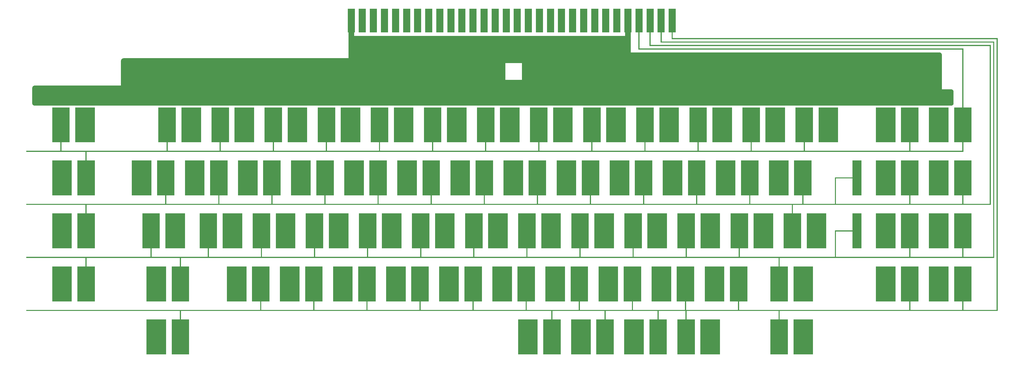
<source format=gbr>
G04 DipTrace 3.1.0.1*
G04 Top.gbr*
%MOMM*%
G04 #@! TF.FileFunction,Copper,L1,Top*
G04 #@! TF.Part,Single*
G04 #@! TA.AperFunction,Nonconductor*
%ADD13C,0.00033*%
G04 #@! TA.AperFunction,ComponentPad*
%ADD14R,2.6X8.5*%
%ADD15C,1.4*%
%FSLAX35Y35*%
G04*
G71*
G90*
G75*
G01*
G04 Top*
%LPD*%
D14*
X23928000Y14800000D3*
X24324000D3*
X22344000D3*
X23532000D3*
X23136000D3*
X20760000D3*
X21156000D3*
X21948000D3*
X18384000D3*
X18780000D3*
X22740000D3*
X21552000D3*
X19176000D3*
X14820000D3*
X17988000D3*
X17592000D3*
X19968000D3*
X14424000D3*
X20364000D3*
X13632000D3*
X15612000D3*
X14028000D3*
X16008000D3*
X19572000D3*
X17196000D3*
X13236000D3*
X16800000D3*
X16404000D3*
X12840000D3*
X15216000D3*
X14820000D3*
X19572000D3*
X16008000D3*
X15216000D3*
X12840000D3*
X16800000D3*
X16404000D3*
X13236000D3*
X17196000D3*
X14028000D3*
X15612000D3*
X13632000D3*
X17988000D3*
X19968000D3*
X20364000D3*
X17592000D3*
X14424000D3*
X19176000D3*
X22740000D3*
X21552000D3*
X18384000D3*
X21948000D3*
X18780000D3*
X20760000D3*
X23136000D3*
X23532000D3*
X21156000D3*
X22344000D3*
X23928000D3*
X24324000D3*
D15*
X12840000Y14525000D3*
X13236000D3*
X13632000D3*
X14028000D3*
X14424000D3*
X14820000D3*
X15216000D3*
X15612000D3*
X16008000D3*
X16404000D3*
X16800000D3*
X17196000D3*
X17592000D3*
X17988000D3*
X18384000D3*
X18780000D3*
X19176000D3*
X19572000D3*
X19968000D3*
X20364000D3*
X20760000D3*
X21156000D3*
X21552000D3*
X21948000D3*
X22344000D3*
X22740000D3*
X23136000D3*
X23532000D3*
X23928000D3*
X24324000D3*
G36*
X20040000Y4087500D2*
Y4392500D1*
X21900000D1*
Y4087500D1*
X21607500D1*
Y2837500D1*
X22232500D1*
Y4087500D1*
X21940000D1*
Y4392500D1*
X23800000D1*
Y4087500D1*
X23507500D1*
Y2837500D1*
X24132500D1*
Y4087500D1*
X23840000D1*
Y4392500D1*
X24800000D1*
Y4087500D1*
X24507500D1*
Y2837500D1*
X25132500D1*
Y4087500D1*
X24840000D1*
Y4392500D1*
X28130000D1*
Y4087500D1*
X27837500D1*
Y2837500D1*
X28462500D1*
Y4087500D1*
X28170000D1*
Y4392500D1*
X35975000D1*
Y14175000D1*
X24344000D1*
Y14375000D1*
X24304000D1*
Y14135000D1*
X35935000D1*
Y4432500D1*
X34745000D1*
Y4737500D1*
X35037500D1*
Y5987500D1*
X34412500D1*
Y4737500D1*
X34705000D1*
Y4432500D1*
X32845000D1*
Y4737500D1*
X33137500D1*
Y5987500D1*
X32512500D1*
Y4737500D1*
X32805000D1*
Y4432500D1*
X26720000D1*
Y4737500D1*
X27012500D1*
Y5987500D1*
X26387500D1*
Y4737500D1*
X26680000D1*
Y4432500D1*
X24820000D1*
Y4737500D1*
X25112500D1*
Y5987500D1*
X24487500D1*
Y4737500D1*
X24780000D1*
Y4432500D1*
X22920000D1*
Y4737500D1*
X23212500D1*
Y5987500D1*
X22587500D1*
Y4737500D1*
X22880000D1*
Y4432500D1*
X21020000D1*
Y4737500D1*
X21312500D1*
Y5987500D1*
X20687500D1*
Y4737500D1*
X20980000D1*
Y4432500D1*
X19120000D1*
Y4737500D1*
X19412500D1*
Y5987500D1*
X18787500D1*
Y4737500D1*
X19080000D1*
Y4432500D1*
X17220000D1*
Y4737500D1*
X17512500D1*
Y5987500D1*
X16887500D1*
Y4737500D1*
X17180000D1*
Y4432500D1*
X15320000D1*
Y4737500D1*
X15612500D1*
Y5987500D1*
X14987500D1*
Y4737500D1*
X15280000D1*
Y4432500D1*
X13420000D1*
Y4737500D1*
X13712500D1*
Y5987500D1*
X13087500D1*
Y4737500D1*
X13380000D1*
Y4432500D1*
X11520000D1*
Y4737500D1*
X11812500D1*
Y5987500D1*
X11187500D1*
Y4737500D1*
X11480000D1*
Y4432500D1*
X9620000D1*
Y4737500D1*
X9912500D1*
Y5987500D1*
X9287500D1*
Y4737500D1*
X9580000D1*
Y4432500D1*
X1212000D1*
Y4392500D1*
X6705000D1*
Y4087500D1*
X6412500D1*
Y2837500D1*
X7037500D1*
Y4087500D1*
X6745000D1*
Y4392500D1*
X20000000D1*
Y4087500D1*
X19707500D1*
Y2837500D1*
X20332500D1*
Y4087500D1*
X20040000D1*
G37*
G36*
X8037500Y7887500D2*
Y6637500D1*
X7745000D1*
Y6332500D1*
X9605000D1*
Y6637500D1*
X9312500D1*
Y7887500D1*
X9937500D1*
Y6637500D1*
X9645000D1*
Y6332500D1*
X11505000D1*
Y6637500D1*
X11212500D1*
Y7887500D1*
X11837500D1*
Y6637500D1*
X11545000D1*
Y6332500D1*
X13405000D1*
Y6637500D1*
X13112500D1*
Y7887500D1*
X13737500D1*
Y6637500D1*
X13445000D1*
Y6332500D1*
X15305000D1*
Y6637500D1*
X15012500D1*
Y7887500D1*
X15637500D1*
Y6637500D1*
X15345000D1*
Y6332500D1*
X17205000D1*
Y6637500D1*
X16912500D1*
Y7887500D1*
X17537500D1*
Y6637500D1*
X17245000D1*
Y6332500D1*
X19105000D1*
Y6637500D1*
X18812500D1*
Y7887500D1*
X19437500D1*
Y6637500D1*
X19145000D1*
Y6332500D1*
X21005000D1*
Y6637500D1*
X20712500D1*
Y7887500D1*
X21337500D1*
Y6637500D1*
X21045000D1*
Y6332500D1*
X22905000D1*
Y6637500D1*
X22612500D1*
Y7887500D1*
X23237500D1*
Y6637500D1*
X22945000D1*
Y6332500D1*
X24805000D1*
Y6637500D1*
X24512500D1*
Y7887500D1*
X25137500D1*
Y6637500D1*
X24845000D1*
Y6332500D1*
X26705000D1*
Y6637500D1*
X26412500D1*
Y7887500D1*
X27037500D1*
Y6637500D1*
X26745000D1*
Y6332500D1*
X30145500D1*
Y7282500D1*
X30775000D1*
Y7887500D1*
X31100000D1*
Y6637500D1*
X30775000D1*
Y7242500D1*
X30185500D1*
Y6332500D1*
X32805000D1*
Y6637500D1*
X32512500D1*
Y7887500D1*
X33137500D1*
Y6637500D1*
X32845000D1*
Y6332500D1*
X34705000D1*
Y6637500D1*
X34412500D1*
Y7887500D1*
X35037500D1*
Y6637500D1*
X34745000D1*
Y6332500D1*
X35810000D1*
Y14010000D1*
X23908000D1*
Y14375000D1*
X23948000D1*
Y14050000D1*
X35850000D1*
Y6292500D1*
X34745000D1*
X28170000D1*
Y5987500D1*
X28462500D1*
Y4737500D1*
X27837500D1*
Y5987500D1*
X28130000D1*
Y6292500D1*
X6745000D1*
Y5987500D1*
X7037500D1*
Y4737500D1*
X6412500D1*
Y5987500D1*
X6705000D1*
Y6292500D1*
X3370000D1*
Y5987500D1*
X3662500D1*
Y4737500D1*
X3037500D1*
Y5987500D1*
X3330000D1*
Y6292500D1*
X1212000D1*
Y6332500D1*
X5655000D1*
Y6637500D1*
X5362500D1*
Y7887500D1*
X5987500D1*
Y6637500D1*
X5695000D1*
Y6332500D1*
X7705000D1*
Y6637500D1*
X7412500D1*
Y7887500D1*
X8037500D1*
G37*
G36*
X7787500Y8537500D2*
Y9787500D1*
X8412500D1*
Y8537500D1*
X8120000D1*
Y8232500D1*
X9980000D1*
Y8537500D1*
X9687500D1*
Y9787500D1*
X10312500D1*
Y8537500D1*
X10020000D1*
Y8232500D1*
X11880000D1*
Y8537500D1*
X11587500D1*
Y9787500D1*
X12212500D1*
Y8537500D1*
X11920000D1*
Y8232500D1*
X13780000D1*
Y8537500D1*
X13487500D1*
Y9787500D1*
X14112500D1*
Y8537500D1*
X13820000D1*
Y8232500D1*
X15680000D1*
Y8537500D1*
X15387500D1*
Y9787500D1*
X16012500D1*
Y8537500D1*
X15720000D1*
Y8232500D1*
X17580000D1*
Y8537500D1*
X17287500D1*
Y9787500D1*
X17912500D1*
Y8537500D1*
X17620000D1*
Y8232500D1*
X19480000D1*
Y8537500D1*
X19187500D1*
Y9787500D1*
X19812500D1*
Y8537500D1*
X19520000D1*
Y8232500D1*
X21380000D1*
Y8537500D1*
X21087500D1*
Y9787500D1*
X21712500D1*
Y8537500D1*
X21420000D1*
Y8232500D1*
X23280000D1*
Y8537500D1*
X22987500D1*
Y9787500D1*
X23612500D1*
Y8537500D1*
X23320000D1*
Y8232500D1*
X25180000D1*
Y8537500D1*
X24887500D1*
Y9787500D1*
X25512500D1*
Y8537500D1*
X25220000D1*
Y8232500D1*
X27080000D1*
Y8537500D1*
X26787500D1*
Y9787500D1*
X27412500D1*
Y8537500D1*
X27120000D1*
Y8232500D1*
X28980000D1*
Y8537500D1*
X28687500D1*
Y9787500D1*
X29312500D1*
Y8537500D1*
X29020000D1*
Y8232500D1*
X30145500D1*
Y9182500D1*
X30775000D1*
Y9787500D1*
X31100000D1*
Y8537500D1*
X30775000D1*
Y9142500D1*
X30185500D1*
Y8232500D1*
X32805000D1*
Y8537500D1*
X32512500D1*
Y9787500D1*
X33137500D1*
Y8537500D1*
X32845000D1*
Y8232500D1*
X34705000D1*
Y8537500D1*
X34412500D1*
Y9787500D1*
X35037500D1*
Y8537500D1*
X34745000D1*
Y8232500D1*
X35685000D1*
Y13885000D1*
X23512000D1*
Y14375000D1*
X23552000D1*
Y13925000D1*
X35725000D1*
Y8192500D1*
X34745000D1*
X28645000D1*
Y7887500D1*
X28937500D1*
Y6637500D1*
X28312500D1*
Y7887500D1*
X28605000D1*
Y8192500D1*
X3370000D1*
Y7887500D1*
X3662500D1*
Y6637500D1*
X3037500D1*
Y7887500D1*
X3330000D1*
Y8192500D1*
X1212000D1*
Y8232500D1*
X6180000D1*
Y8537500D1*
X5887500D1*
Y9787500D1*
X6512500D1*
Y8537500D1*
X6220000D1*
Y8232500D1*
X8080000D1*
Y8537500D1*
X7787500D1*
G37*
G36*
X7837500Y11687500D2*
Y10437500D1*
X8130000D1*
Y10132500D1*
X6270000D1*
Y10437500D1*
X6562500D1*
Y11687500D1*
X5937500D1*
Y10437500D1*
X6230000D1*
Y10132500D1*
X2470000D1*
Y10437500D1*
X2762500D1*
Y11687500D1*
X2137500D1*
Y10437500D1*
X2430000D1*
Y10132500D1*
X1212000D1*
Y10092500D1*
X3330000D1*
Y9787500D1*
X3037500D1*
Y8537500D1*
X3662500D1*
Y9787500D1*
X3370000D1*
Y10092500D1*
X34745000D1*
Y10437500D1*
X35037500D1*
Y11687500D1*
X34745000D1*
Y13800000D1*
X23156000D1*
Y14375000D1*
X23116000D1*
Y13760000D1*
X34705000D1*
Y11687500D1*
X34412500D1*
Y10437500D1*
X34705000D1*
Y10132500D1*
X32845000D1*
Y10437500D1*
X33137500D1*
Y11687500D1*
X32512500D1*
Y10437500D1*
X32805000D1*
Y10132500D1*
X29070000D1*
Y10437500D1*
X29362500D1*
Y11687500D1*
X28737500D1*
Y10437500D1*
X29030000D1*
Y10132500D1*
X27170000D1*
Y10437500D1*
X27462500D1*
Y11687500D1*
X26837500D1*
Y10437500D1*
X27130000D1*
Y10132500D1*
X25270000D1*
Y10437500D1*
X25562500D1*
Y11687500D1*
X24937500D1*
Y10437500D1*
X25230000D1*
Y10132500D1*
X23370000D1*
Y10437500D1*
X23662500D1*
Y11687500D1*
X23037500D1*
Y10437500D1*
X23330000D1*
Y10132500D1*
X21470000D1*
Y10437500D1*
X21762500D1*
Y11687500D1*
X21137500D1*
Y10437500D1*
X21430000D1*
Y10132500D1*
X19570000D1*
Y10437500D1*
X19862500D1*
Y11687500D1*
X19237500D1*
Y10437500D1*
X19530000D1*
Y10132500D1*
X17670000D1*
Y10437500D1*
X17962500D1*
Y11687500D1*
X17337500D1*
Y10437500D1*
X17630000D1*
Y10132500D1*
X15770000D1*
Y10437500D1*
X16062500D1*
Y11687500D1*
X15437500D1*
Y10437500D1*
X15730000D1*
Y10132500D1*
X13870000D1*
Y10437500D1*
X14162500D1*
Y11687500D1*
X13537500D1*
Y10437500D1*
X13830000D1*
Y10132500D1*
X11970000D1*
Y10437500D1*
X12262500D1*
Y11687500D1*
X11637500D1*
Y10437500D1*
X11930000D1*
Y10132500D1*
X10070000D1*
Y10437500D1*
X10362500D1*
Y11687500D1*
X9737500D1*
Y10437500D1*
X10030000D1*
Y10132500D1*
X8170000D1*
Y10437500D1*
X8462500D1*
Y11687500D1*
X7837500D1*
G37*
G36*
X26032500Y4087500D2*
Y2837500D1*
X25332500D1*
Y4087500D1*
X26032500D1*
G37*
G36*
X20487500Y5987500D2*
Y4737500D1*
X19787500D1*
Y5987500D1*
X20487500D1*
G37*
G36*
X12887500D2*
Y4737500D1*
X12187500D1*
Y5987500D1*
X12887500D1*
G37*
G36*
X5512500Y4737500D2*
Y5987500D1*
X6212500D1*
Y4737500D1*
X5512500D1*
G37*
G36*
X15187500Y8537500D2*
X14487500D1*
Y9787500D1*
X15187500D1*
Y8537500D1*
G37*
G36*
X1424000Y11841500D2*
X1424497Y11832040D1*
X1425977Y11822683D1*
X1428430Y11813533D1*
X1431823Y11804690D1*
X1436123Y11796250D1*
X1441283Y11788307D1*
X1447247Y11780943D1*
X1453943Y11774247D1*
X1461307Y11768283D1*
X1469250Y11763123D1*
X1477690Y11758823D1*
X1486533Y11755430D1*
X1495683Y11752977D1*
X1505040Y11751497D1*
X1514500Y11751000D1*
X3158000D1*
X34017000D1*
X34303667D1*
X34313127Y11751497D1*
X34322483Y11752980D1*
X34331633Y11755433D1*
X34340477Y11758830D1*
X34348917Y11763130D1*
X34356863Y11768290D1*
X34364227Y11774250D1*
X34370927Y11780947D1*
X34376890Y11788310D1*
X34382053Y11796253D1*
X34386357Y11804690D1*
X34389753Y11813533D1*
X34392210Y11822683D1*
X34393697Y11832040D1*
X34394167Y11841500D1*
Y12249500D1*
X34393667Y12258960D1*
X34392183Y12268317D1*
X34389730Y12277467D1*
X34386337Y12286310D1*
X34382037Y12294753D1*
X34376877Y12302697D1*
X34370917Y12310060D1*
X34364217Y12316760D1*
X34356857Y12322723D1*
X34348913Y12327887D1*
X34340473Y12332190D1*
X34331630Y12335590D1*
X34322483Y12338043D1*
X34313127Y12339530D1*
X34303667Y12340000D1*
X33975000D1*
Y13569500D1*
X33974503Y13578960D1*
X33973020Y13588317D1*
X33970567Y13597467D1*
X33967170Y13606310D1*
X33962870Y13614753D1*
X33957710Y13622697D1*
X33951750Y13630060D1*
X33945053Y13636760D1*
X33937690Y13642723D1*
X33929747Y13647887D1*
X33921310Y13652190D1*
X33912467Y13655587D1*
X33903317Y13658043D1*
X33893960Y13659530D1*
X33884500Y13660000D1*
X22840000D1*
Y14375000D1*
X22640000D1*
Y14250000D1*
X18950000Y13275000D1*
D1*
Y12675000D1*
X18350000D1*
Y13275000D1*
X18950000D1*
X22640000Y14250000D1*
X12940000D1*
Y14375000D1*
X12740000D1*
Y13450000D1*
X4689500D1*
X4680040Y13449503D1*
X4670683Y13448023D1*
X4661533Y13445570D1*
X4652690Y13442177D1*
X4644250Y13437877D1*
X4636307Y13432717D1*
X4628943Y13426757D1*
X4622247Y13420057D1*
X4616283Y13412693D1*
X4611127Y13404750D1*
X4606827Y13396310D1*
X4603430Y13387467D1*
X4600980Y13378317D1*
X4599500Y13368960D1*
X4599000Y13359500D1*
Y12475000D1*
X1514500D1*
X1505040Y12474503D1*
X1495683Y12473023D1*
X1486533Y12470570D1*
X1477690Y12467177D1*
X1469250Y12462877D1*
X1461307Y12457717D1*
X1453943Y12451753D1*
X1447247Y12445057D1*
X1441283Y12437693D1*
X1436123Y12429750D1*
X1431823Y12421310D1*
X1428430Y12412467D1*
X1425977Y12403317D1*
X1424497Y12393960D1*
X1424000Y12384500D1*
Y11841500D1*
G37*
G36*
X29362500Y5987500D2*
Y4737500D1*
X28662500D1*
Y5987500D1*
X29362500D1*
G37*
G36*
X25487500D2*
X26187500D1*
Y4737500D1*
X25487500D1*
Y5987500D1*
G37*
G36*
X24287500Y4737500D2*
X23587500D1*
Y5987500D1*
X24287500D1*
Y4737500D1*
G37*
G36*
X21687500Y5987500D2*
X22387500D1*
Y4737500D1*
X21687500D1*
Y5987500D1*
G37*
G36*
X18587500Y4737500D2*
X17887500D1*
Y5987500D1*
X18587500D1*
Y4737500D1*
G37*
G36*
X15987500Y5987500D2*
X16687500D1*
Y4737500D1*
X15987500D1*
Y5987500D1*
G37*
G36*
X14087500D2*
X14787500D1*
Y4737500D1*
X14087500D1*
Y5987500D1*
G37*
G36*
X10987500Y4737500D2*
X10287500D1*
Y5987500D1*
X10987500D1*
Y4737500D1*
G37*
G36*
X32312500D2*
Y5987500D1*
X31612500D1*
Y4737500D1*
X32312500D1*
G37*
G36*
X34212500D2*
Y5987500D1*
X33512500D1*
Y4737500D1*
X34212500D1*
G37*
G36*
X31612500Y6637500D2*
X32312500D1*
Y7887500D1*
X31612500D1*
Y6637500D1*
G37*
G36*
X34212500Y7887500D2*
X33512500D1*
Y6637500D1*
X34212500D1*
Y7887500D1*
G37*
G36*
X32312500Y9787500D2*
X31612500D1*
Y8537500D1*
X32312500D1*
Y9787500D1*
G37*
G36*
X33512500D2*
Y8537500D1*
X34212500D1*
Y9787500D1*
X33512500D1*
G37*
G36*
X32312500Y10437500D2*
Y11687500D1*
X31612500D1*
Y10437500D1*
X32312500D1*
G37*
G36*
X34212500D2*
Y11687500D1*
X33512500D1*
Y10437500D1*
X34212500D1*
G37*
G36*
X27237500Y7887500D2*
X27937500D1*
Y6637500D1*
X27237500D1*
Y7887500D1*
G37*
G36*
X26037500Y6637500D2*
X25337500D1*
Y7887500D1*
X26037500D1*
Y6637500D1*
G37*
G36*
X23437500D2*
Y7887500D1*
X24137500D1*
Y6637500D1*
X23437500D1*
G37*
G36*
X22237500Y7887500D2*
Y6637500D1*
X21537500D1*
Y7887500D1*
X22237500D1*
G37*
G36*
X20337500Y6637500D2*
X19637500D1*
Y7887500D1*
X20337500D1*
Y6637500D1*
G37*
G36*
X18437500Y7887500D2*
Y6637500D1*
X17737500D1*
Y7887500D1*
X18437500D1*
G37*
G36*
X16537500D2*
Y6637500D1*
X15837500D1*
Y7887500D1*
X16537500D1*
G37*
G36*
X13937500Y6637500D2*
Y7887500D1*
X14637500D1*
Y6637500D1*
X13937500D1*
G37*
G36*
X12037500Y7887500D2*
X12737500D1*
Y6637500D1*
X12037500D1*
Y7887500D1*
G37*
G36*
X10137500Y6637500D2*
Y7887500D1*
X10837500D1*
Y6637500D1*
X10137500D1*
G37*
G36*
X27787500Y9787500D2*
X28487500D1*
Y8537500D1*
X27787500D1*
Y9787500D1*
G37*
G36*
X25887500D2*
X26587500D1*
Y8537500D1*
X25887500D1*
Y9787500D1*
G37*
G36*
X23987500D2*
X24687500D1*
Y8537500D1*
X23987500D1*
Y9787500D1*
G37*
G36*
X22087500D2*
X22787500D1*
Y8537500D1*
X22087500D1*
Y9787500D1*
G37*
G36*
X20187500D2*
X20887500D1*
Y8537500D1*
X20187500D1*
Y9787500D1*
G37*
G36*
X18287500D2*
X18987500D1*
Y8537500D1*
X18287500D1*
Y9787500D1*
G37*
G36*
X16387500D2*
X17087500D1*
Y8537500D1*
X16387500D1*
Y9787500D1*
G37*
G36*
X13287500Y8537500D2*
X12587500D1*
Y9787500D1*
X13287500D1*
Y8537500D1*
G37*
G36*
X11387500D2*
X10687500D1*
Y9787500D1*
X11387500D1*
Y8537500D1*
G37*
G36*
X8787500Y9787500D2*
X9487500D1*
Y8537500D1*
X8787500D1*
Y9787500D1*
G37*
G36*
X6887500D2*
X7587500D1*
Y8537500D1*
X6887500D1*
Y9787500D1*
G37*
G36*
X30262500Y11687500D2*
Y10437500D1*
X29562500D1*
Y11687500D1*
X30262500D1*
G37*
G36*
X28362500D2*
Y10437500D1*
X27662500D1*
Y11687500D1*
X28362500D1*
G37*
G36*
X25762500D2*
X26462500D1*
Y10437500D1*
X25762500D1*
Y11687500D1*
G37*
G36*
X24562500D2*
Y10437500D1*
X23862500D1*
Y11687500D1*
X24562500D1*
G37*
G36*
X22662500D2*
Y10437500D1*
X21962500D1*
Y11687500D1*
X22662500D1*
G37*
G36*
X20762500Y10437500D2*
X20062500D1*
Y11687500D1*
X20762500D1*
Y10437500D1*
G37*
G36*
X18862500D2*
X18162500D1*
Y11687500D1*
X18862500D1*
Y10437500D1*
G37*
G36*
X16962500Y11687500D2*
Y10437500D1*
X16262500D1*
Y11687500D1*
X16962500D1*
G37*
G36*
X14362500D2*
X15062500D1*
Y10437500D1*
X14362500D1*
Y11687500D1*
G37*
G36*
X12462500Y10437500D2*
Y11687500D1*
X13162500D1*
Y10437500D1*
X12462500D1*
G37*
G36*
X10562500D2*
Y11687500D1*
X11262500D1*
Y10437500D1*
X10562500D1*
G37*
G36*
X8662500Y11687500D2*
X9362500D1*
Y10437500D1*
X8662500D1*
Y11687500D1*
G37*
G36*
X29362500Y4087500D2*
Y2837500D1*
X28662500D1*
Y4087500D1*
X29362500D1*
G37*
G36*
X9087500Y4737500D2*
X8387500D1*
Y5987500D1*
X9087500D1*
Y4737500D1*
G37*
G36*
X29837500Y7887500D2*
Y6637500D1*
X29137500D1*
Y7887500D1*
X29837500D1*
G37*
G36*
X8237500Y6637500D2*
Y7887500D1*
X8937500D1*
Y6637500D1*
X8237500D1*
G37*
G36*
X6212500Y4087500D2*
X5512500D1*
Y2837500D1*
X6212500D1*
Y4087500D1*
G37*
G36*
X4987500Y9787500D2*
X5687500D1*
Y8537500D1*
X4987500D1*
Y9787500D1*
G37*
G36*
X2962500Y10437500D2*
Y11687500D1*
X3662500D1*
Y10437500D1*
X2962500D1*
G37*
G36*
X2837500Y8537500D2*
Y9787500D1*
X2137500D1*
Y8537500D1*
X2837500D1*
G37*
G36*
Y6637500D2*
Y7887500D1*
X2137500D1*
Y6637500D1*
X2837500D1*
G37*
G36*
Y4737500D2*
Y5987500D1*
X2137500D1*
Y4737500D1*
X2837500D1*
G37*
G36*
X6762500Y10437500D2*
Y11687500D1*
X7462500D1*
Y10437500D1*
X6762500D1*
G37*
G36*
X6187500Y6637500D2*
Y7887500D1*
X6887500D1*
Y6637500D1*
X6187500D1*
G37*
X33975000Y12340000D2*
D13*
X34017000D1*
G36*
X23307500Y4087500D2*
Y2837500D1*
X22607500D1*
Y4087500D1*
X23307500D1*
G37*
G36*
X21407500D2*
Y2837500D1*
X20707500D1*
Y4087500D1*
X21407500D1*
G37*
G36*
X19507500D2*
Y2837500D1*
X18807500D1*
Y4087500D1*
X19507500D1*
G37*
M02*

</source>
